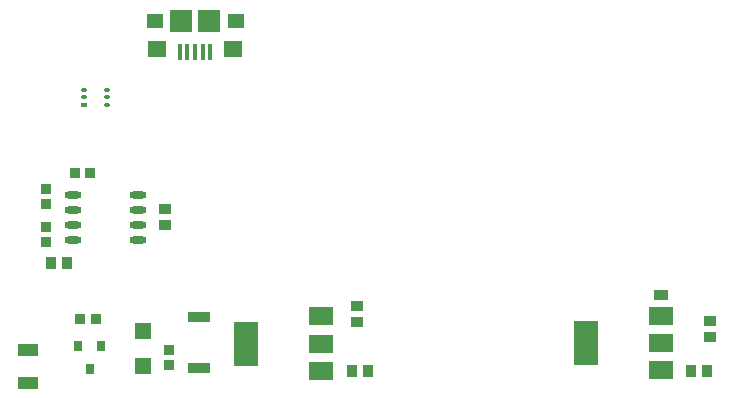
<source format=gbr>
%TF.GenerationSoftware,Altium Limited,Altium Designer,18.1.9 (240)*%
G04 Layer_Color=128*
%FSLAX26Y26*%
%MOIN*%
%TF.FileFunction,Paste,Bot*%
%TF.Part,Single*%
G01*
G75*
%TA.AperFunction,SMDPad,CuDef*%
%ADD10R,0.033465X0.037402*%
%ADD14R,0.039370X0.035433*%
%ADD15R,0.035433X0.039370*%
%ADD16R,0.037402X0.033465*%
%ADD22R,0.031496X0.035433*%
%ADD38R,0.019685X0.015748*%
%ADD39O,0.019685X0.015748*%
%ADD40R,0.049213X0.037402*%
%ADD41R,0.078740X0.149606*%
%ADD42R,0.078740X0.059055*%
%ADD43R,0.074803X0.035433*%
%ADD44R,0.057087X0.053150*%
%ADD45R,0.070866X0.039370*%
%ADD46R,0.074803X0.074803*%
%TA.AperFunction,ConnectorPad*%
%ADD47R,0.057087X0.051181*%
%ADD48R,0.062992X0.055118*%
%ADD49R,0.015748X0.053150*%
%TA.AperFunction,SMDPad,CuDef*%
%ADD50O,0.057087X0.023622*%
D10*
X1758504Y1346141D02*
D03*
X1809684D02*
D03*
X1739804Y1835000D02*
D03*
X1790984D02*
D03*
D14*
X3858267Y1340274D02*
D03*
Y1287126D02*
D03*
X2042400Y1713148D02*
D03*
Y1660000D02*
D03*
X2680000Y1390000D02*
D03*
Y1336852D02*
D03*
D15*
X3846574Y1175000D02*
D03*
X3793426D02*
D03*
X1660000Y1535000D02*
D03*
X1713148D02*
D03*
X2716574Y1175000D02*
D03*
X2663426D02*
D03*
D16*
X2055236Y1193190D02*
D03*
Y1244370D02*
D03*
X1645000Y1604410D02*
D03*
Y1655590D02*
D03*
Y1729410D02*
D03*
Y1780590D02*
D03*
D22*
X1752598Y1258740D02*
D03*
X1827402D02*
D03*
X1790000Y1180000D02*
D03*
D38*
X1771653Y2061024D02*
D03*
D39*
Y2086614D02*
D03*
Y2112205D02*
D03*
X1846457Y2061024D02*
D03*
Y2086614D02*
D03*
Y2112205D02*
D03*
D40*
X3694016Y1367309D02*
D03*
Y1428333D02*
D03*
D41*
X3445984Y1268426D02*
D03*
X2311968Y1265552D02*
D03*
D42*
X3694016Y1177874D02*
D03*
Y1268426D02*
D03*
Y1358978D02*
D03*
X2560000Y1175000D02*
D03*
Y1265552D02*
D03*
Y1356104D02*
D03*
D43*
X2155236Y1183739D02*
D03*
Y1354999D02*
D03*
D44*
X1967756Y1307440D02*
D03*
Y1191300D02*
D03*
D45*
X1585000Y1135589D02*
D03*
Y1245825D02*
D03*
D46*
X2188976Y2342520D02*
D03*
X2094488D02*
D03*
D47*
X2276574D02*
D03*
X2006890D02*
D03*
D48*
X2267716Y2246064D02*
D03*
X2015748D02*
D03*
D49*
X2192914Y2237206D02*
D03*
X2167322D02*
D03*
X2141732D02*
D03*
X2116142D02*
D03*
X2090550D02*
D03*
D50*
X1950472Y1760000D02*
D03*
Y1710000D02*
D03*
Y1660000D02*
D03*
Y1610000D02*
D03*
X1735904Y1760000D02*
D03*
Y1710000D02*
D03*
Y1660000D02*
D03*
Y1610000D02*
D03*
%TF.MD5,719d14c3bc6b8c52c9eb99408611e69b*%
M02*

</source>
